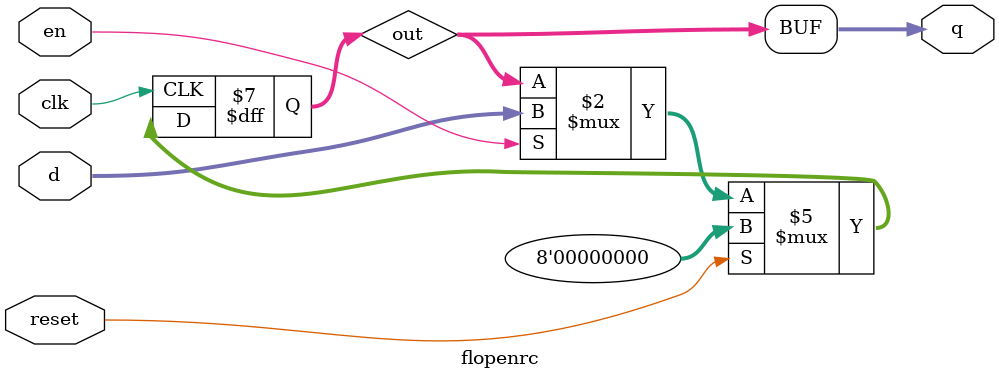
<source format=sv>
module flopenrc #(parameter WIDTH = 8) (
    input logic clk, reset, en, 
	input logic [WIDTH-1:0] d, 
	output logic [WIDTH-1:0] q
); 
	logic [WIDTH-1:0] out;
	always_ff @(posedge clk) begin
		if (reset) out <= 0;
		else if(en) out <= d;
	end
	assign q = out;	
endmodule

</source>
